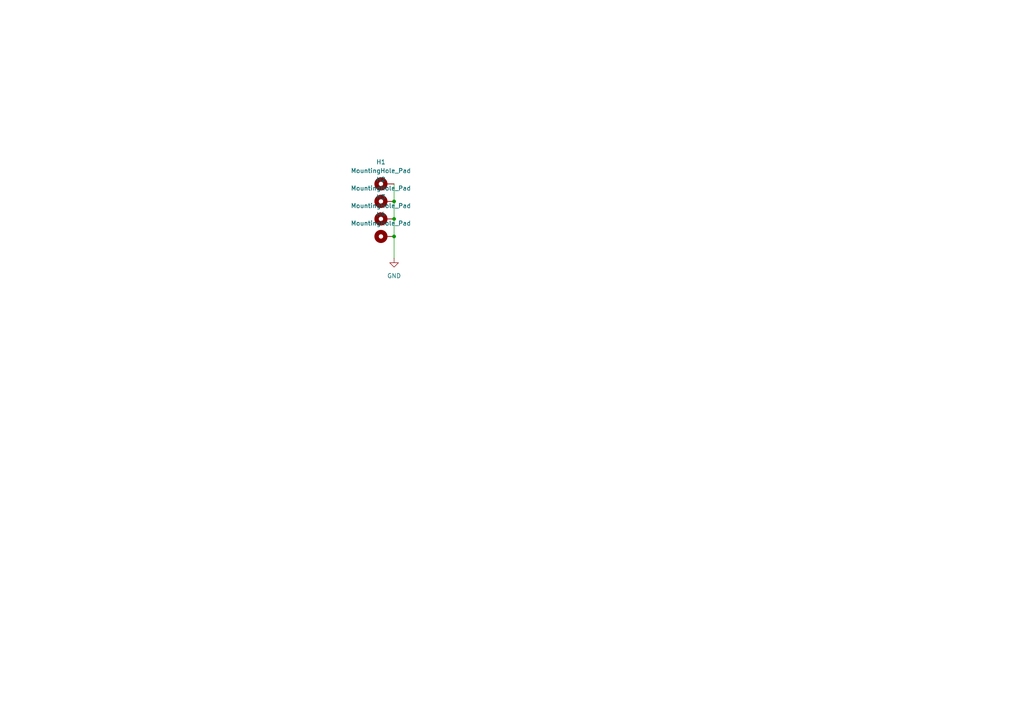
<source format=kicad_sch>
(kicad_sch (version 20231120) (generator "eeschema") (generator_version "8.0")
  (paper "A4")
  (lib_symbols
    (symbol "Mechanical:MountingHole_Pad" (pin_numbers hide) (pin_names (offset 1.016) hide) (exclude_from_sim yes) (in_bom no)
      (property "Reference" "H" (at 0 6.35 0))
      (property "Value" "MountingHole_Pad" (at 0 4.445 0))
      (symbol "MountingHole_Pad_0_1"
        (circle (center 0 1.27) (radius 1.27) (stroke (width 1.27)))
      )
      (symbol "MountingHole_Pad_1_1"
        (pin input line (at 0 -2.54 90) (length 2.54) (name "1") (number "1"))
      )
    )
    (symbol "power:GND" (power) (pin_numbers hide) (pin_names (offset 0) hide)
      (property "Value" "GND" (at 0 -3.81 0))
      (symbol "GND_0_1"
        (polyline (pts (xy 0 0) (xy 0 -1.27) (xy 1.27 -1.27) (xy 0 -2.54) (xy -1.27 -1.27) (xy 0 -1.27)))
      )
      (symbol "GND_1_1"
        (pin power_in line (at 0 0 270) (length 0) (name "~") (number "1"))
      )
    )
  )
  (junction (at 114.3 58.42))
  (junction (at 114.3 68.58))
  (junction (at 114.3 63.5))
  (wire (pts (xy 114.3 63.5) (xy 114.3 68.58)))
  (wire (pts (xy 114.3 53.34) (xy 114.3 58.42)))
  (wire (pts (xy 114.3 68.58) (xy 114.3 74.93)))
  (wire (pts (xy 114.3 58.42) (xy 114.3 63.5)))
  (symbol (lib_id "Mechanical:MountingHole_Pad") (at 111.76 53.34 90) (unit 1) (exclude_from_sim yes) (in_bom no)
    (property "Reference" "H1" (at 110.49 46.99 90))
    (property "Value" "MountingHole_Pad" (at 110.49 49.53 90))
    (property "Footprint" "MountingHole:MountingHole_2.5mm_Pad" (effects (hide yes)))
    (property "Description" "Mounting Hole with connection" (effects (hide yes)))
  )
  (symbol (lib_id "Mechanical:MountingHole_Pad") (at 111.76 68.58 90) (unit 1) (exclude_from_sim yes) (in_bom no)
    (property "Reference" "H4" (at 110.49 62.23 90))
    (property "Value" "MountingHole_Pad" (at 110.49 64.77 90))
    (property "Footprint" "MountingHole:MountingHole_2.5mm_Pad" (effects (hide yes)))
    (property "Description" "Mounting Hole with connection" (effects (hide yes)))
  )
  (symbol (lib_id "power:GND") (at 114.3 74.93 0) (unit 1)
    (property "Reference" "#PWR01" (effects (hide yes)))
    (property "Value" "GND" (at 114.3 80.01 0))
    (property "Description" "Power symbol creates a global label with name \"GND\" , ground" (effects (hide yes)))
  )
  (symbol (lib_id "Mechanical:MountingHole_Pad") (at 111.76 63.5 90) (unit 1) (exclude_from_sim yes) (in_bom no)
    (property "Reference" "H3" (at 110.49 57.15 90))
    (property "Value" "MountingHole_Pad" (at 110.49 59.69 90))
    (property "Footprint" "MountingHole:MountingHole_2.5mm_Pad" (effects (hide yes)))
    (property "Description" "Mounting Hole with connection" (effects (hide yes)))
  )
  (symbol (lib_id "Mechanical:MountingHole_Pad") (at 111.76 58.42 90) (unit 1) (exclude_from_sim yes) (in_bom no)
    (property "Reference" "H2" (at 110.49 52.07 90))
    (property "Value" "MountingHole_Pad" (at 110.49 54.61 90))
    (property "Footprint" "MountingHole:MountingHole_2.5mm_Pad" (effects (hide yes)))
    (property "Description" "Mounting Hole with connection" (effects (hide yes)))
  )
)
</source>
